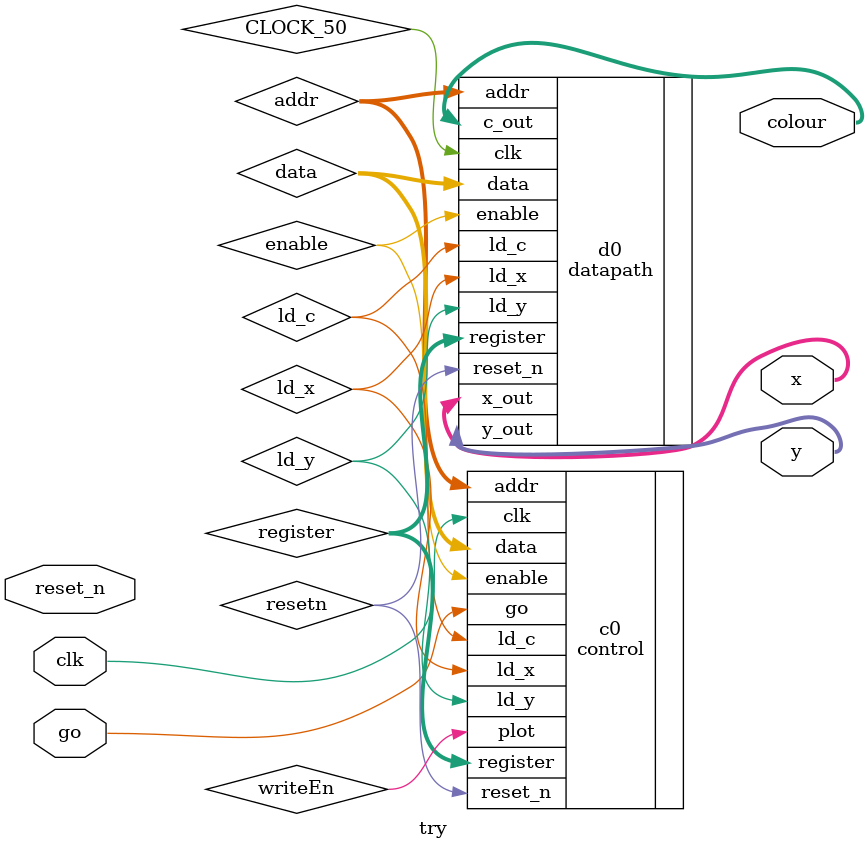
<source format=v>
`include "datapath.v"
`include "control.v"

module part2
	(
		CLOCK_50,						//	On Board 50 MHz
		// Your inputs and outputs here
        KEY,
        SW,
		// The ports below are for the VGA output.  Do not change.
		VGA_CLK,   						//	VGA Clock
		VGA_HS,							//	VGA H_SYNC
		VGA_VS,							//	VGA V_SYNC
		VGA_BLANK_N,						//	VGA BLANK
		VGA_SYNC_N,						//	VGA SYNC
		VGA_R,   						//	VGA Red[9:0]
		VGA_G,	 						//	VGA Green[9:0]
		VGA_B   						//	VGA Blue[9:0]
	);

	input			CLOCK_50;				//	50 MHz
	input   [9:0]   SW;
	input   [3:0]   KEY;

	// Declare your inputs and outputs here
	// Do not change the following outputs
	output			VGA_CLK;   				//	VGA Clock
	output			VGA_HS;					//	VGA H_SYNC
	output			VGA_VS;					//	VGA V_SYNC
	output			VGA_BLANK_N;				//	VGA BLANK
	output			VGA_SYNC_N;				//	VGA SYNC
	output	[9:0]	VGA_R;   				//	VGA Red[9:0]
	output	[9:0]	VGA_G;	 				//	VGA Green[9:0]
	output	[9:0]	VGA_B;   				//	VGA Blue[9:0]
	
	wire resetn;
	assign resetn = KEY[0];
	
	// Create the colour, x, y and writeEn wires that are inputs to the controller.
	wire [2:0] colour;
	wire [7:0] x;
	wire [6:0] y;
	wire writeEn;
        wire enable,ld_x,ld_y,ld_c;

	// Create an Instance of a VGA controller - there can be only one!
	// Define the number of colours as well as the initial background
	// image file (.MIF) for the controller.
	vga_adapter VGA(
			.resetn(resetn),
			.clock(CLOCK_50),
			.colour(colour),
			.x(x),
			.y(y),
			.plot(writeEn),
			/* Signals for the DAC to drive the monitor. */
			.VGA_R(VGA_R),
			.VGA_G(VGA_G),
			.VGA_B(VGA_B),
			.VGA_HS(VGA_HS),
			.VGA_VS(VGA_VS),
			.VGA_BLANK(VGA_BLANK_N),
			.VGA_SYNC(VGA_SYNC_N),
			.VGA_CLK(VGA_CLK));
		defparam VGA.RESOLUTION = "160x120";
		defparam VGA.MONOCHROME = "FALSE";
		defparam VGA.BITS_PER_COLOUR_CHANNEL = 1;
		defparam VGA.BACKGROUND_IMAGE = "black.mif";
			
	// Put your code here. Your code should produce signals x,y,colour and writeEn/plot
	// for the VGA controller, in addition to any other functionality your design may require.
    
    // Instansiate datapath
	// datapath d0(...);
    datapath d0(
        .clk(CLOCK_50),
        .enable(enable),
        .reset_n(resetn),
        .ld_x(ld_x),
        .ld_y(ld_y),
        .ld_c(ld_c),
        .data_in(SW[6:0]),
        .c_in(SW[9:7]),
        .x_out(x),
        .y_out(y),
        .c_out(colour)
        );
    // Instansiate FSM control
    // control c0(...);
    control c0(
        .clk(CLOCK_50),
        .reset_n(resetn),
        .go(KEY[3]),
        .KEY(KEY[1]),
        .enable(enable),
        .ld_x(ld_x),
        .ld_y(ld_y),
        .ld_c(ld_c),
        .plot(writeEn)
        );
endmodule

module try(clk, reset_n, go, x, y, colour);
    input clk, reset_n, go;
    output [2:0] colour;
    output [7:0] x;
    output [6:0] y;

    wire writeEn;
    wire enable,ld_x,ld_y,ld_c;
    wire [4:0] register;
    wire [5:0] addr;
    wire [39:0] data;

    // Instansiate datapath
	// datapath d0(...);
    datapath d0(
        .clk(CLOCK_50),
        .enable(enable),
        .reset_n(resetn),
        .ld_x(ld_x),
        .ld_y(ld_y),
        .ld_c(ld_c),
        .register(register),
        .addr(addr),
        .data(data),
        .x_out(x),
        .y_out(y),
        .c_out(colour)
        );
    // Instansiate FSM control
    // control c0(...);
    control c0(
        .clk(clk),
        .reset_n(resetn),
        .go(go),
        .register(register),
        .addr(addr),
        .data(data),        
        .enable(enable),
        .ld_x(ld_x),
        .ld_y(ld_y),
        .ld_c(ld_c),
        .plot(writeEn)
        );
endmodule

</source>
